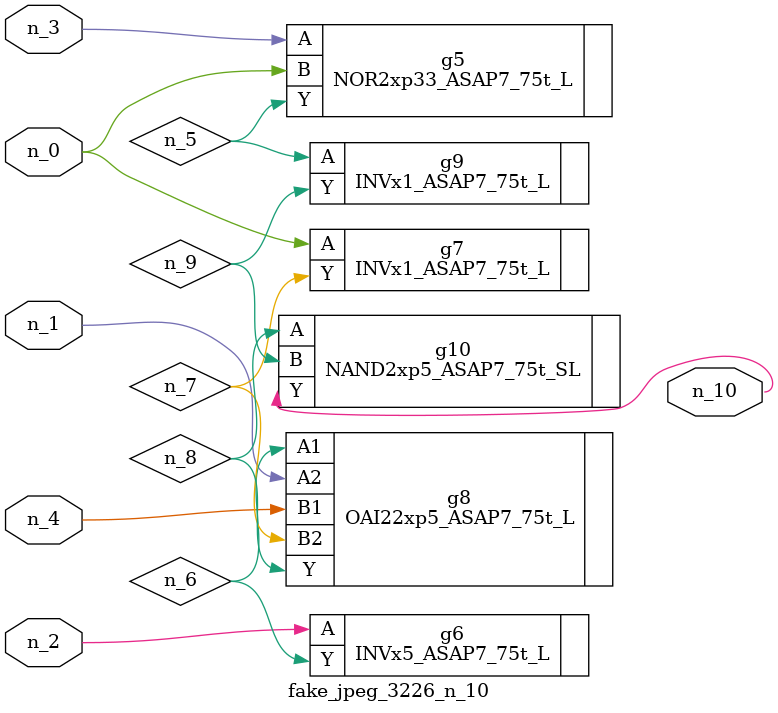
<source format=v>
module fake_jpeg_3226_n_10 (n_3, n_2, n_1, n_0, n_4, n_10);

input n_3;
input n_2;
input n_1;
input n_0;
input n_4;

output n_10;

wire n_8;
wire n_9;
wire n_6;
wire n_5;
wire n_7;

NOR2xp33_ASAP7_75t_L g5 ( 
.A(n_3),
.B(n_0),
.Y(n_5)
);

INVx5_ASAP7_75t_L g6 ( 
.A(n_2),
.Y(n_6)
);

INVx1_ASAP7_75t_L g7 ( 
.A(n_0),
.Y(n_7)
);

OAI22xp5_ASAP7_75t_L g8 ( 
.A1(n_6),
.A2(n_1),
.B1(n_4),
.B2(n_7),
.Y(n_8)
);

NAND2xp5_ASAP7_75t_SL g10 ( 
.A(n_8),
.B(n_9),
.Y(n_10)
);

INVx1_ASAP7_75t_L g9 ( 
.A(n_5),
.Y(n_9)
);


endmodule
</source>
